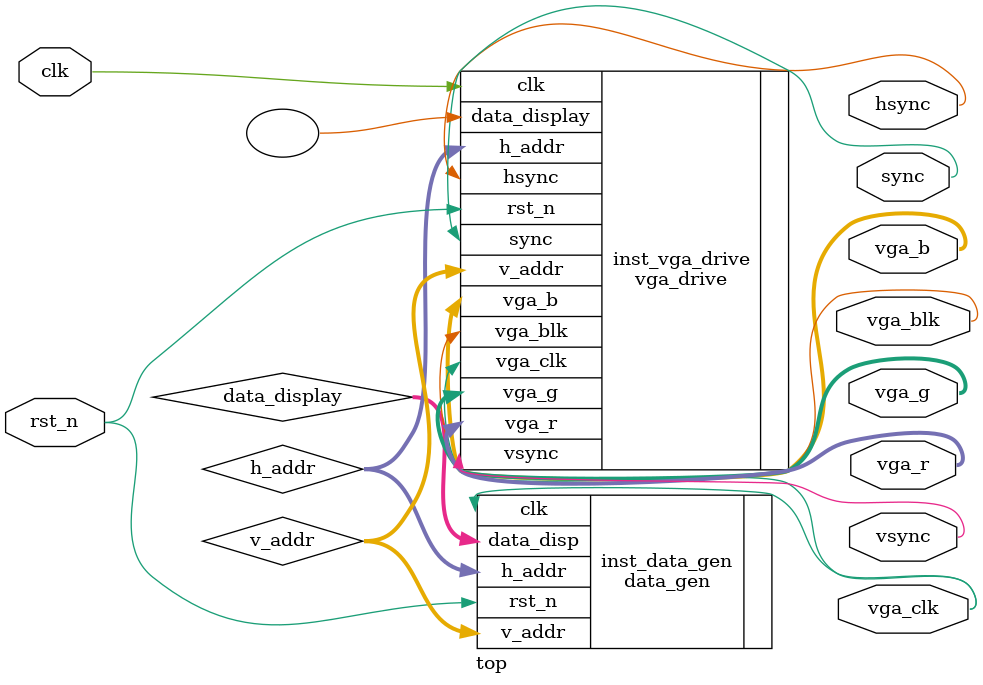
<source format=v>
module	top(
input						clk,
input						rst_n,
	
 output	 				vsync,	
 output 					hsync,		
 output  	[4:0]		vga_r,		
 output  	[5:0]		vga_g,		
 output  	[4:0]		vga_b,		
 output					vga_clk,
 output					vga_blk,
 output					sync
);





wire	[11:0]   h_addr;
wire	[11:0]   v_addr;
wire	[15:0]	data_display;



vga_drive  inst_vga_drive(
.clk				(clk), //640*480--25.2M
.rst_n			(rst_n),
.data_display	(
),

.h_addr			(h_addr),//数据有效显示区域行地址
.v_addr			(v_addr),//数据有效显示区域场地址

.vsync			(vsync),
.hsync			(hsync),
.vga_r			(vga_r),
.vga_g			(vga_g),
.vga_b			(vga_b),
.vga_blk			(vga_blk),
.vga_clk     	(vga_clk),
.sync				(sync)
	
);

data_gen		inst_data_gen(	
.clk				(vga_clk), //640*480--25.2M
.rst_n			(rst_n),
.h_addr			(h_addr),//数据有效显示区域行地址
.v_addr			(v_addr),//数据有效显示区域场地output	

.data_disp	(data_display)
);





endmodule


</source>
